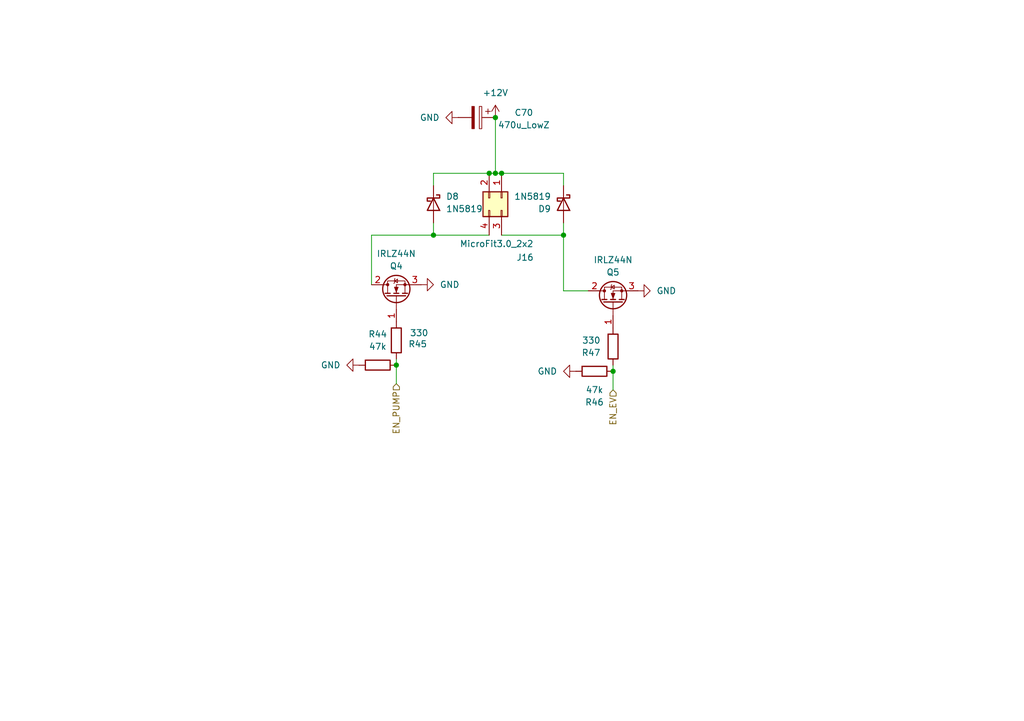
<source format=kicad_sch>
(kicad_sch (version 20250114) (generator "eeschema") (generator_version "9.0")
  (paper "A5")
  (title_block (title "Pump trigger") (date "2025-12-30") (rev "1") (company "Game Team SLSC"))
  (lib_symbols
    (symbol "Connector_Generic:Conn_02x02_Top_Bottom" (pin_names (offset 1.016) (hide yes))
      (property "Reference" "J" (at 1.27 2.54 0))
      (property "Value" "Conn_02x02_Top_Bottom" (at 1.27 -5.08 0))
      (symbol "Conn_02x02_Top_Bottom_1_1"
        (rectangle (start -1.27 1.27) (end 3.81 -3.81) (stroke (width 0.254)) (fill (type background)))
        (rectangle (start -1.27 0.127) (end 0 -0.127) (stroke (width 0.1524)))
        (rectangle (start -1.27 -2.413) (end 0 -2.667) (stroke (width 0.1524)))
        (rectangle (start 3.81 0.127) (end 2.54 -0.127) (stroke (width 0.1524)))
        (rectangle (start 3.81 -2.413) (end 2.54 -2.667) (stroke (width 0.1524)))
        (pin passive line (at -5.08 0 0) (length 3.81) (name "Pin_1") (number "1"))
        (pin passive line (at -5.08 -2.54 0) (length 3.81) (name "Pin_2") (number "2"))
        (pin passive line (at 7.62 0 180) (length 3.81) (name "Pin_3") (number "3"))
        (pin passive line (at 7.62 -2.54 180) (length 3.81) (name "Pin_4") (number "4"))
      )
    )
    (symbol "Device:C_Polarized" (pin_numbers (hide yes)) (pin_names (offset 0.254))
      (property "Reference" "C" (at 0.635 2.54 0))
      (property "Value" "C_Polarized" (at 0.635 -2.54 0))
      (symbol "C_Polarized_0_1"
        (rectangle (start -2.286 0.508) (end 2.286 1.016))
        (polyline (pts (xy -1.778 2.286) (xy -0.762 2.286)))
        (polyline (pts (xy -1.27 2.794) (xy -1.27 1.778)))
        (rectangle (start 2.286 -0.508) (end -2.286 -1.016) (fill (type outline)))
      )
      (symbol "C_Polarized_1_1"
        (pin passive line (at 0 3.81 270) (length 2.794) (name "~") (number "1"))
        (pin passive line (at 0 -3.81 90) (length 2.794) (name "~") (number "2"))
      )
    )
    (symbol "Device:D_Schottky" (pin_numbers (hide yes)) (pin_names (offset 1.016) (hide yes))
      (property "Reference" "D" (at 0 2.54 0))
      (property "Value" "D_Schottky" (at 0 -2.54 0))
      (symbol "D_Schottky_0_1"
        (polyline (pts (xy -1.905 0.635) (xy -1.905 1.27) (xy -1.27 1.27) (xy -1.27 -1.27) (xy -0.635 -1.27) (xy -0.635 -0.635)) (stroke (width 0.254)))
        (polyline (pts (xy 1.27 1.27) (xy 1.27 -1.27) (xy -1.27 0) (xy 1.27 1.27)) (stroke (width 0.254)))
        (polyline (pts (xy 1.27 0) (xy -1.27 0)))
      )
      (symbol "D_Schottky_1_1"
        (pin passive line (at -3.81 0 0) (length 2.54) (name "K") (number "1"))
        (pin passive line (at 3.81 0 180) (length 2.54) (name "A") (number "2"))
      )
    )
    (symbol "Device:R" (pin_numbers (hide yes)) (pin_names (offset 0))
      (property "Reference" "R" (at 2.032 0 90))
      (property "Value" "R" (at 0 0 90))
      (symbol "R_0_1"
        (rectangle (start -1.016 -2.54) (end 1.016 2.54) (stroke (width 0.254)))
      )
      (symbol "R_1_1"
        (pin passive line (at 0 3.81 270) (length 1.27) (name "~") (number "1"))
        (pin passive line (at 0 -3.81 90) (length 1.27) (name "~") (number "2"))
      )
    )
    (symbol "Transistor_FET:IRLZ44N" (pin_names (hide yes))
      (property "Reference" "Q" (at 5.08 1.905 0))
      (property "Value" "IRLZ44N" (at 5.08 0 0))
      (symbol "IRLZ44N_0_1"
        (polyline (pts (xy 0.254 1.905) (xy 0.254 -1.905)) (stroke (width 0.254)))
        (polyline (pts (xy 0.254 0) (xy -2.54 0)))
        (polyline (pts (xy 0.762 2.286) (xy 0.762 1.27)) (stroke (width 0.254)))
        (polyline (pts (xy 0.762 0.508) (xy 0.762 -0.508)) (stroke (width 0.254)))
        (polyline (pts (xy 0.762 -1.27) (xy 0.762 -2.286)) (stroke (width 0.254)))
        (polyline (pts (xy 0.762 -1.778) (xy 3.302 -1.778) (xy 3.302 1.778) (xy 0.762 1.778)))
        (polyline (pts (xy 1.016 0) (xy 2.032 0.381) (xy 2.032 -0.381) (xy 1.016 0)) (fill (type outline)))
        (circle (center 1.651 0) (radius 2.794) (stroke (width 0.254)))
        (polyline (pts (xy 2.54 2.54) (xy 2.54 1.778)))
        (circle (center 2.54 1.778) (radius 0.254) (fill (type outline)))
        (circle (center 2.54 -1.778) (radius 0.254) (fill (type outline)))
        (polyline (pts (xy 2.54 -2.54) (xy 2.54 0) (xy 0.762 0)))
        (polyline (pts (xy 2.794 0.508) (xy 2.921 0.381) (xy 3.683 0.381) (xy 3.81 0.254)))
        (polyline (pts (xy 3.302 0.381) (xy 2.921 -0.254) (xy 3.683 -0.254) (xy 3.302 0.381)))
      )
      (symbol "IRLZ44N_1_1"
        (pin input line (at -5.08 0 0) (length 2.54) (name "G") (number "1"))
        (pin passive line (at 2.54 5.08 270) (length 2.54) (name "D") (number "2"))
        (pin passive line (at 2.54 -5.08 90) (length 2.54) (name "S") (number "3"))
      )
    )
    (symbol "power:+12V" (power) (pin_numbers (hide yes)) (pin_names (offset 0) (hide yes))
      (property "Value" "+12V" (at 0 3.556 0))
      (symbol "+12V_0_1"
        (polyline (pts (xy -0.762 1.27) (xy 0 2.54)))
        (polyline (pts (xy 0 2.54) (xy 0.762 1.27)))
        (polyline (pts (xy 0 0) (xy 0 2.54)))
      )
      (symbol "+12V_1_1"
        (pin power_in line (at 0 0 90) (length 0) (name "~") (number "1"))
      )
    )
    (symbol "power:GND" (power) (pin_numbers (hide yes)) (pin_names (offset 0) (hide yes))
      (property "Value" "GND" (at 0 -3.81 0))
      (symbol "GND_0_1"
        (polyline (pts (xy 0 0) (xy 0 -1.27) (xy 1.27 -1.27) (xy 0 -2.54) (xy -1.27 -1.27) (xy 0 -1.27)))
      )
      (symbol "GND_1_1"
        (pin power_in line (at 0 0 270) (length 0) (name "~") (number "1"))
      )
    )
  )
  (junction (at 101.6 24.13))
  (junction (at 100.33 35.56))
  (junction (at 88.9 48.26))
  (junction (at 115.57 48.26))
  (junction (at 125.73 76.2))
  (junction (at 102.87 35.56))
  (junction (at 81.28 74.93))
  (junction (at 101.6 35.56))
  (wire (pts (xy 100.33 35.56) (xy 88.9 35.56)))
  (wire (pts (xy 101.6 24.13) (xy 101.6 35.56)))
  (wire (pts (xy 125.73 80.01) (xy 125.73 76.2)))
  (wire (pts (xy 100.33 35.56) (xy 101.6 35.56)))
  (wire (pts (xy 101.6 35.56) (xy 102.87 35.56)))
  (wire (pts (xy 115.57 35.56) (xy 115.57 38.1)))
  (wire (pts (xy 81.28 78.74) (xy 81.28 74.93)))
  (wire (pts (xy 115.57 59.69) (xy 115.57 48.26)))
  (wire (pts (xy 88.9 45.72) (xy 88.9 48.26)))
  (wire (pts (xy 88.9 35.56) (xy 88.9 38.1)))
  (wire (pts (xy 115.57 48.26) (xy 115.57 45.72)))
  (wire (pts (xy 102.87 48.26) (xy 115.57 48.26)))
  (wire (pts (xy 81.28 73.66) (xy 81.28 74.93)))
  (wire (pts (xy 125.73 74.93) (xy 125.73 76.2)))
  (wire (pts (xy 76.2 48.26) (xy 88.9 48.26)))
  (wire (pts (xy 102.87 35.56) (xy 115.57 35.56)))
  (wire (pts (xy 88.9 48.26) (xy 100.33 48.26)))
  (wire (pts (xy 76.2 58.42) (xy 76.2 48.26)))
  (wire (pts (xy 120.65 59.69) (xy 115.57 59.69)))
  (hierarchical_label "EN_PUMP" (shape input) (at 81.28 78.74 270))
  (hierarchical_label "EN_EV" (shape input) (at 125.73 80.01 270))
  (symbol (lib_id "Device:D_Schottky") (at 88.9 41.91 270) (unit 1)
    (property "Reference" "D6" (at 91.44 40.3224 90) (effects (justify left)))
    (property "Value" "1N5819" (at 91.44 42.8624 90) (effects (justify left)))
    (property "Footprint" "Diode_SMD:D_0805_2012Metric_Pad1.15x1.40mm_HandSolder" (effects (hide yes)))
    (property "Description" "Schottky diode" (effects (hide yes)))
    (instances (project "eurobot-2026-robot-pcb" (path "" (reference "D8") (unit 1)) (path "" (reference "D12") (unit 1)) (path "" (reference "D10") (unit 1)) (path "" (reference "D6") (unit 1))))
  )
  (symbol (lib_id "Device:D_Schottky") (at 115.57 41.91 270) (unit 1)
    (property "Reference" "D7" (at 113.03 42.8626 90) (effects (justify right)))
    (property "Value" "1N5819" (at 113.03 40.3226 90) (effects (justify right)))
    (property "Footprint" "Diode_SMD:D_0805_2012Metric_Pad1.15x1.40mm_HandSolder" (effects (hide yes)))
    (property "Description" "Schottky diode" (effects (hide yes)))
    (instances (project "eurobot-2026-robot-pcb" (path "" (reference "D9") (unit 1)) (path "" (reference "D13") (unit 1)) (path "" (reference "D11") (unit 1)) (path "" (reference "D7") (unit 1))))
  )
  (symbol (lib_id "power:GND") (at 118.11 76.2 270) (unit 1)
    (property "Reference" "#PWR0140" (effects (hide yes)))
    (property "Value" "GND" (at 114.3 76.2001 90) (effects (justify right)))
    (property "Description" "Power symbol creates a global label with name \"GND\" , ground" (effects (hide yes)))
    (instances (project "eurobot-2026-robot-pcb" (path "" (reference "#PWR0146") (unit 1)) (path "" (reference "#PWR0158") (unit 1)) (path "" (reference "#PWR0152") (unit 1)) (path "" (reference "#PWR0140") (unit 1))))
  )
  (symbol (lib_id "Connector_Generic:Conn_02x02_Top_Bottom") (at 102.87 40.64 270) (unit 1)
    (property "Reference" "J15" (at 107.696 52.832 90))
    (property "Value" "MicroFit3.0_2x2" (at 101.854 50.038 90))
    (property "Footprint" "Connector_Molex:Molex_Micro-Fit_3.0_43045-0412_2x02_P3.00mm_Vertical" (effects (hide yes)))
    (property "Description" "Generic connector, double row, 02x02, top/bottom pin numbering scheme (row 1: 1...pins_per_row, row2: pins_per_row+1 ... num_pins), script generated (kicad-library-utils/schlib/autogen/connector/)" (effects (hide yes)))
    (instances (project "eurobot-2026-robot-pcb" (path "" (reference "J16") (unit 1)) (path "" (reference "J18") (unit 1)) (path "" (reference "J17") (unit 1)) (path "" (reference "J15") (unit 1))))
  )
  (symbol (lib_id "Device:R") (at 121.92 76.2 270) (unit 1)
    (property "Reference" "R42" (at 121.92 82.55 90))
    (property "Value" "47k" (at 121.92 80.01 90))
    (property "Footprint" "Resistor_SMD:R_0805_2012Metric_Pad1.20x1.40mm_HandSolder" (effects (hide yes)))
    (property "Description" "Resistor" (effects (hide yes)))
    (instances (project "eurobot-2026-robot-pcb" (path "" (reference "R46") (unit 1)) (path "" (reference "R54") (unit 1)) (path "" (reference "R50") (unit 1)) (path "" (reference "R42") (unit 1))))
  )
  (symbol (lib_id "power:GND") (at 130.81 59.69 90) (unit 1)
    (property "Reference" "#PWR0141" (effects (hide yes)))
    (property "Value" "GND" (at 134.62 59.6901 90) (effects (justify right)))
    (property "Description" "Power symbol creates a global label with name \"GND\" , ground" (effects (hide yes)))
    (instances (project "eurobot-2026-robot-pcb" (path "" (reference "#PWR0147") (unit 1)) (path "" (reference "#PWR0159") (unit 1)) (path "" (reference "#PWR0153") (unit 1)) (path "" (reference "#PWR0141") (unit 1))))
  )
  (symbol (lib_id "Device:R") (at 81.28 69.85 180) (unit 1)
    (property "Reference" "R41" (at 87.63 70.612 0) (effects (justify left)))
    (property "Value" "330" (at 87.884 68.326 0) (effects (justify left)))
    (property "Footprint" "Resistor_SMD:R_0805_2012Metric_Pad1.20x1.40mm_HandSolder" (effects (hide yes)))
    (property "Description" "Resistor" (effects (hide yes)))
    (instances (project "eurobot-2026-robot-pcb" (path "" (reference "R45") (unit 1)) (path "" (reference "R53") (unit 1)) (path "" (reference "R49") (unit 1)) (path "" (reference "R41") (unit 1))))
  )
  (symbol (lib_id "power:GND") (at 73.66 74.93 270) (unit 1)
    (property "Reference" "#PWR0136" (effects (hide yes)))
    (property "Value" "GND" (at 69.85 74.9301 90) (effects (justify right)))
    (property "Description" "Power symbol creates a global label with name \"GND\" , ground" (effects (hide yes)))
    (instances (project "eurobot-2026-robot-pcb" (path "" (reference "#PWR0142") (unit 1)) (path "" (reference "#PWR0154") (unit 1)) (path "" (reference "#PWR0148") (unit 1)) (path "" (reference "#PWR0136") (unit 1))))
  )
  (symbol (lib_id "power:GND") (at 86.36 58.42 90) (unit 1)
    (property "Reference" "#PWR0137" (effects (hide yes)))
    (property "Value" "GND" (at 90.17 58.4201 90) (effects (justify right)))
    (property "Description" "Power symbol creates a global label with name \"GND\" , ground" (effects (hide yes)))
    (instances (project "eurobot-2026-robot-pcb" (path "" (reference "#PWR0143") (unit 1)) (path "" (reference "#PWR0155") (unit 1)) (path "" (reference "#PWR0149") (unit 1)) (path "" (reference "#PWR0137") (unit 1))))
  )
  (symbol (lib_id "Device:R") (at 125.73 71.12 180) (unit 1)
    (property "Reference" "R43" (at 123.19 72.3901 0) (effects (justify left)))
    (property "Value" "330" (at 123.19 69.8501 0) (effects (justify left)))
    (property "Footprint" "Resistor_SMD:R_0805_2012Metric_Pad1.20x1.40mm_HandSolder" (effects (hide yes)))
    (property "Description" "Resistor" (effects (hide yes)))
    (instances (project "eurobot-2026-robot-pcb" (path "" (reference "R47") (unit 1)) (path "" (reference "R55") (unit 1)) (path "" (reference "R51") (unit 1)) (path "" (reference "R43") (unit 1))))
  )
  (symbol (lib_id "power:+12V") (at 101.6 24.13 0) (unit 1)
    (property "Reference" "#PWR0139" (effects (hide yes)))
    (property "Value" "+12V" (at 101.6 19.05 0))
    (property "Description" "Power symbol creates a global label with name \"+12V\"" (effects (hide yes)))
    (instances (project "eurobot-2026-robot-pcb" (path "" (reference "#PWR0145") (unit 1)) (path "" (reference "#PWR0157") (unit 1)) (path "" (reference "#PWR0151") (unit 1)) (path "" (reference "#PWR0139") (unit 1))))
  )
  (symbol (lib_id "Device:C_Polarized") (at 97.79 24.13 270) (unit 1)
    (property "Reference" "C69" (at 107.442 23.114 90))
    (property "Value" "470u_LowZ" (at 107.442 25.654 90))
    (property "Footprint" "Capacitor_THT:CP_Radial_D8.0mm_P3.50mm" (effects (hide yes)))
    (property "Description" "Polarized capacitor" (effects (hide yes)))
    (property "MPN" "EEU-FR1E471L" (effects (hide yes)))
    (property "Manufacturer" "Panasonic" (effects (hide yes)))
    (instances (project "eurobot-2026-robot-pcb" (path "" (reference "C70") (unit 1)) (path "" (reference "C72") (unit 1)) (path "" (reference "C71") (unit 1)) (path "" (reference "C69") (unit 1))))
  )
  (symbol (lib_id "Device:R") (at 77.47 74.93 270) (unit 1)
    (property "Reference" "R40" (at 77.47 68.58 90))
    (property "Value" "47k" (at 77.47 71.12 90))
    (property "Footprint" "Resistor_SMD:R_0805_2012Metric_Pad1.20x1.40mm_HandSolder" (effects (hide yes)))
    (property "Description" "Resistor" (effects (hide yes)))
    (instances (project "eurobot-2026-robot-pcb" (path "" (reference "R44") (unit 1)) (path "" (reference "R52") (unit 1)) (path "" (reference "R48") (unit 1)) (path "" (reference "R40") (unit 1))))
  )
  (symbol (lib_id "Transistor_FET:IRLZ44N") (at 81.28 60.96 90) (unit 1)
    (property "Reference" "Q2" (at 81.28 54.61 90))
    (property "Value" "IRLZ44N" (at 81.28 52.07 90))
    (property "Footprint" "Package_TO_SOT_THT:TO-220-3_Vertical" (effects (hide yes)))
    (property "Datasheet" "http://www.irf.com/product-info/datasheets/data/irlz44n.pdf" (effects (hide yes)))
    (property "Description" "47A Id, 55V Vds, 22mOhm Rds Single N-Channel HEXFET Power MOSFET, TO-220AB" (effects (hide yes)))
    (instances (project "eurobot-2026-robot-pcb" (path "" (reference "Q4") (unit 1)) (path "" (reference "Q8") (unit 1)) (path "" (reference "Q6") (unit 1)) (path "" (reference "Q2") (unit 1))))
  )
  (symbol (lib_id "Transistor_FET:IRLZ44N") (at 125.73 62.23 90) (unit 1)
    (property "Reference" "Q3" (at 125.73 55.88 90))
    (property "Value" "IRLZ44N" (at 125.73 53.34 90))
    (property "Footprint" "Package_TO_SOT_THT:TO-220-3_Vertical" (effects (hide yes)))
    (property "Datasheet" "http://www.irf.com/product-info/datasheets/data/irlz44n.pdf" (effects (hide yes)))
    (property "Description" "47A Id, 55V Vds, 22mOhm Rds Single N-Channel HEXFET Power MOSFET, TO-220AB" (effects (hide yes)))
    (instances (project "eurobot-2026-robot-pcb" (path "" (reference "Q5") (unit 1)) (path "" (reference "Q9") (unit 1)) (path "" (reference "Q7") (unit 1)) (path "" (reference "Q3") (unit 1))))
  )
  (symbol (lib_id "power:GND") (at 93.98 24.13 270) (unit 1)
    (property "Reference" "#PWR0138" (effects (hide yes)))
    (property "Value" "GND" (at 90.17 24.1299 90) (effects (justify right)))
    (property "Description" "Power symbol creates a global label with name \"GND\" , ground" (effects (hide yes)))
    (instances (project "" (path "" (reference "#PWR0144") (unit 1)) (path "" (reference "#PWR0156") (unit 1)) (path "" (reference "#PWR0150") (unit 1)) (path "" (reference "#PWR0138") (unit 1))))
  )
)
</source>
